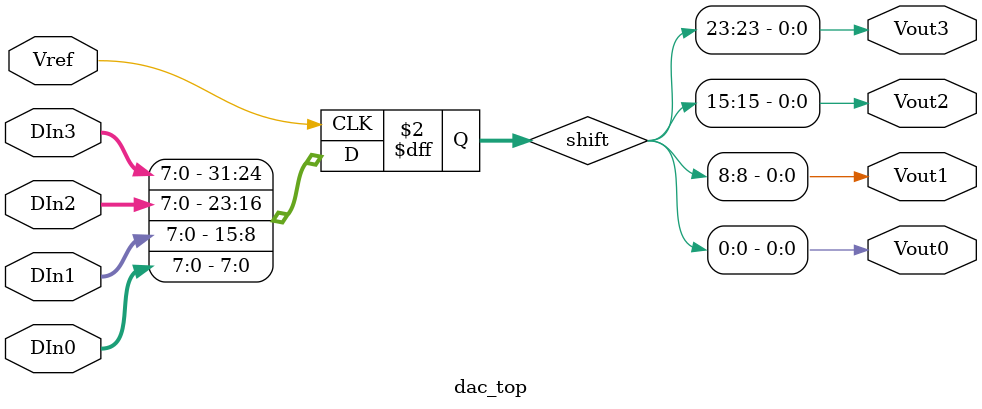
<source format=v>
module dac_top(
`ifdef USE_POWER_PINS
    VPWR,
    VGND,
`endif
    Vref,
    DIn0,
    DIn1,
    DIn2,
    DIn3,
    Vout0,
    Vout1,
    Vout2,
    Vout3
   );


`ifdef USE_POWER_PINS
input VPWR;
input VGND;
`endif

input	     Vref;
input [7:0]  DIn0;	
input [7:0]  DIn1;	
input [7:0]  DIn2;	
input [7:0]  DIn3;	
output       Vout0;
output       Vout1;
output       Vout2;
output       Vout3;


reg [31:0] shift;
assign Vout0 = shift[0];
assign Vout1 = shift[8];
assign Vout2 = shift[15];
assign Vout3 = shift[23];

always @(posedge Vref)
begin
   shift <= {DIn3,DIn2,DIn1,DIn0};
end


/***
wire r0,r1,r2,r3;
wire  Vout1,Vout2;



resfinal u_r4 (.a(Vref), .b(r3)  );
resfinal u_r3 (.a(r3), .b(r2)  );
resfinal u_r2 (.a(r2), .b(r1)  );
resfinal u_r1 (.a(r1), .b(Vgnd)  );
switchfinal u_x02 ( 
`ifdef USE_POWER_PINS
                    .vdd(vccd1), 
                    .gnd(vssd1), 
`endif
                    .vrefh(r3), 
                    .vrefl(r2), 
                    .vout(Vout1), 
                    .d0(D[0]));
switchfinal u_x01 ( 
`ifdef USE_POWER_PINS
                    .vdd(vccd1), 
                    .gnd(vssd1), 
`endif
                    .vrefh(r1), 
                    .vrefl(vssd1), 
                    .vout(Vout2), 
                    .d0(D[0]));
switchfinal u_x10 ( 
`ifdef USE_POWER_PINS
                    .vdd(vccd1), 
                    .gnd(vssd1), 
`endif
                    .vrefh(Vout1), 
                    .vrefl(Vout2), 
                    .vout(Vout), 
                    .d0(D[1]));
**/
endmodule



</source>
